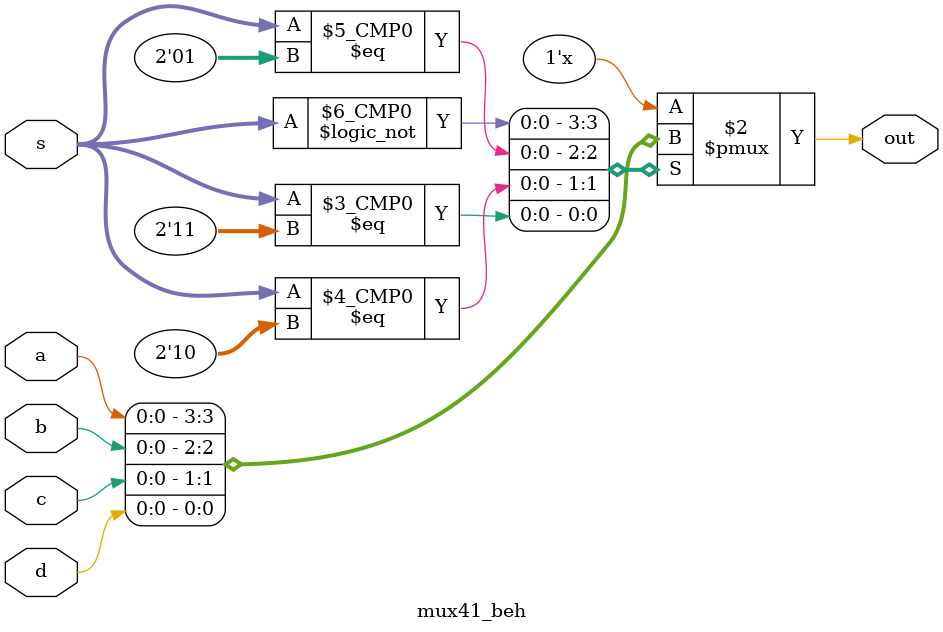
<source format=sv>
`timescale 1ns / 1ps


module mux41_beh(
    input logic a,
    input logic b,
    input logic c,
    input logic d,
    input logic [1:0] s,
    output logic out
    );
always_comb
begin

	case(s)
		2'b00 : out=a;
        	2'b01 : out=b;
        	2'b10 : out=c;
        	2'b11 : out=d;
		default : out = 1'bz;
	endcase   
end
endmodule
</source>
